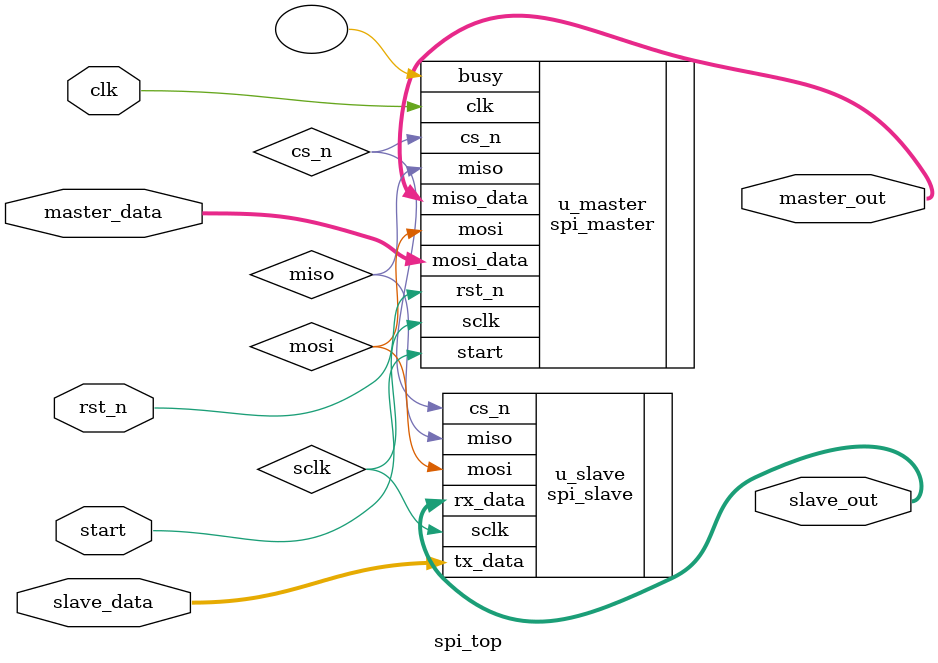
<source format=v>
module spi_top (
    input  wire clk,
    input  wire rst_n,
    input  wire start,
    input  wire [7:0] master_data,
    input  wire [7:0] slave_data,
    output wire [7:0] master_out,
    output wire [7:0] slave_out
);

    // Internal SPI wires
    wire sclk, mosi, miso, cs_n;

    // Master Instance
    spi_master u_master (
        .clk(clk),
        .rst_n(rst_n),
        .start(start),
        .mosi_data(master_data),
        .miso_data(master_out),
        .busy(),
        .sclk(sclk),
        .mosi(mosi),
        .miso(miso),
        .cs_n(cs_n)
    );

    // Slave Instance
    spi_slave u_slave (
        .sclk(sclk),
        .cs_n(cs_n),
        .mosi(mosi),
        .miso(miso),
        .tx_data(slave_data),
        .rx_data(slave_out)
    );

endmodule

</source>
